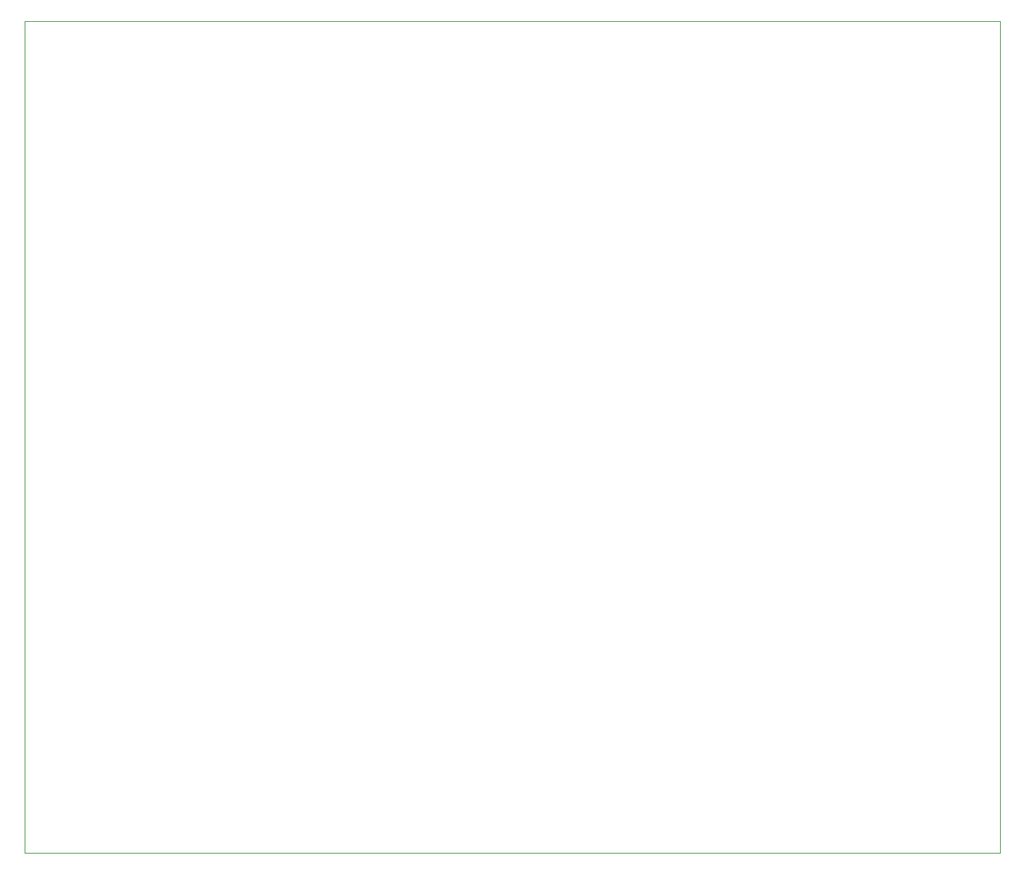
<source format=gbr>
%TF.GenerationSoftware,KiCad,Pcbnew,9.0.0*%
%TF.CreationDate,2025-03-11T15:51:22-04:00*%
%TF.ProjectId,BidenCard,42696465-6e43-4617-9264-2e6b69636164,rev?*%
%TF.SameCoordinates,Original*%
%TF.FileFunction,Profile,NP*%
%FSLAX46Y46*%
G04 Gerber Fmt 4.6, Leading zero omitted, Abs format (unit mm)*
G04 Created by KiCad (PCBNEW 9.0.0) date 2025-03-11 15:51:22*
%MOMM*%
%LPD*%
G01*
G04 APERTURE LIST*
%TA.AperFunction,Profile*%
%ADD10C,0.050000*%
%TD*%
G04 APERTURE END LIST*
D10*
X72626476Y-42432074D02*
X189776476Y-42432074D01*
X189776476Y-142432074D01*
X72626476Y-142432074D01*
X72626476Y-42432074D01*
M02*

</source>
